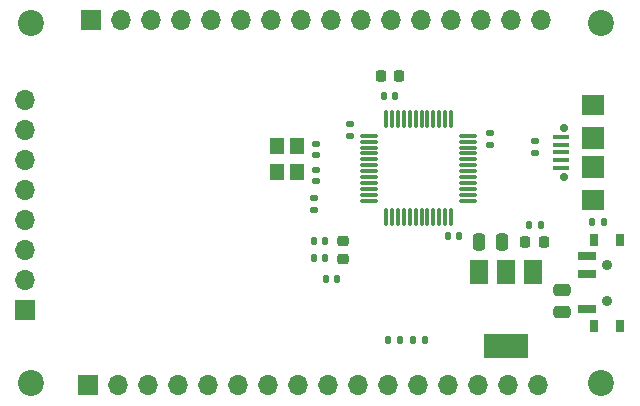
<source format=gts>
G04 #@! TF.GenerationSoftware,KiCad,Pcbnew,(6.0.6)*
G04 #@! TF.CreationDate,2022-07-12T20:28:45+05:30*
G04 #@! TF.ProjectId,stm32_minimal_dev,73746d33-325f-46d6-996e-696d616c5f64,rev?*
G04 #@! TF.SameCoordinates,Original*
G04 #@! TF.FileFunction,Soldermask,Top*
G04 #@! TF.FilePolarity,Negative*
%FSLAX46Y46*%
G04 Gerber Fmt 4.6, Leading zero omitted, Abs format (unit mm)*
G04 Created by KiCad (PCBNEW (6.0.6)) date 2022-07-12 20:28:45*
%MOMM*%
%LPD*%
G01*
G04 APERTURE LIST*
G04 Aperture macros list*
%AMRoundRect*
0 Rectangle with rounded corners*
0 $1 Rounding radius*
0 $2 $3 $4 $5 $6 $7 $8 $9 X,Y pos of 4 corners*
0 Add a 4 corners polygon primitive as box body*
4,1,4,$2,$3,$4,$5,$6,$7,$8,$9,$2,$3,0*
0 Add four circle primitives for the rounded corners*
1,1,$1+$1,$2,$3*
1,1,$1+$1,$4,$5*
1,1,$1+$1,$6,$7*
1,1,$1+$1,$8,$9*
0 Add four rect primitives between the rounded corners*
20,1,$1+$1,$2,$3,$4,$5,0*
20,1,$1+$1,$4,$5,$6,$7,0*
20,1,$1+$1,$6,$7,$8,$9,0*
20,1,$1+$1,$8,$9,$2,$3,0*%
G04 Aperture macros list end*
%ADD10C,2.200000*%
%ADD11R,1.700000X1.700000*%
%ADD12O,1.700000X1.700000*%
%ADD13RoundRect,0.218750X0.218750X0.256250X-0.218750X0.256250X-0.218750X-0.256250X0.218750X-0.256250X0*%
%ADD14RoundRect,0.250000X-0.250000X-0.475000X0.250000X-0.475000X0.250000X0.475000X-0.250000X0.475000X0*%
%ADD15RoundRect,0.140000X-0.170000X0.140000X-0.170000X-0.140000X0.170000X-0.140000X0.170000X0.140000X0*%
%ADD16C,0.700000*%
%ADD17R,1.350000X0.400000*%
%ADD18R,1.900000X1.800000*%
%ADD19R,1.900000X1.900000*%
%ADD20RoundRect,0.218750X-0.256250X0.218750X-0.256250X-0.218750X0.256250X-0.218750X0.256250X0.218750X0*%
%ADD21R,1.500000X2.000000*%
%ADD22R,3.800000X2.000000*%
%ADD23RoundRect,0.140000X0.140000X0.170000X-0.140000X0.170000X-0.140000X-0.170000X0.140000X-0.170000X0*%
%ADD24RoundRect,0.250000X0.475000X-0.250000X0.475000X0.250000X-0.475000X0.250000X-0.475000X-0.250000X0*%
%ADD25RoundRect,0.140000X-0.140000X-0.170000X0.140000X-0.170000X0.140000X0.170000X-0.140000X0.170000X0*%
%ADD26RoundRect,0.075000X-0.662500X-0.075000X0.662500X-0.075000X0.662500X0.075000X-0.662500X0.075000X0*%
%ADD27RoundRect,0.075000X-0.075000X-0.662500X0.075000X-0.662500X0.075000X0.662500X-0.075000X0.662500X0*%
%ADD28R,0.800000X1.000000*%
%ADD29C,0.900000*%
%ADD30R,1.500000X0.700000*%
%ADD31R,1.200000X1.400000*%
%ADD32RoundRect,0.135000X-0.185000X0.135000X-0.185000X-0.135000X0.185000X-0.135000X0.185000X0.135000X0*%
%ADD33RoundRect,0.225000X-0.225000X-0.250000X0.225000X-0.250000X0.225000X0.250000X-0.225000X0.250000X0*%
%ADD34RoundRect,0.135000X0.135000X0.185000X-0.135000X0.185000X-0.135000X-0.185000X0.135000X-0.185000X0*%
%ADD35RoundRect,0.140000X0.170000X-0.140000X0.170000X0.140000X-0.170000X0.140000X-0.170000X-0.140000X0*%
%ADD36RoundRect,0.135000X-0.135000X-0.185000X0.135000X-0.185000X0.135000X0.185000X-0.135000X0.185000X0*%
G04 APERTURE END LIST*
D10*
X127050800Y-73660000D03*
D11*
X126568200Y-97952800D03*
D12*
X126568200Y-95412800D03*
X126568200Y-92872800D03*
X126568200Y-90332800D03*
X126568200Y-87792800D03*
X126568200Y-85252800D03*
X126568200Y-82712800D03*
X126568200Y-80172800D03*
D13*
X170484900Y-92176600D03*
X168909900Y-92176600D03*
D11*
X131851400Y-104267000D03*
D12*
X134391400Y-104267000D03*
X136931400Y-104267000D03*
X139471400Y-104267000D03*
X142011400Y-104267000D03*
X144551400Y-104267000D03*
X147091400Y-104267000D03*
X149631400Y-104267000D03*
X152171400Y-104267000D03*
X154711400Y-104267000D03*
X157251400Y-104267000D03*
X159791400Y-104267000D03*
X162331400Y-104267000D03*
X164871400Y-104267000D03*
X167411400Y-104267000D03*
X169951400Y-104267000D03*
D14*
X165013600Y-92176600D03*
X166913600Y-92176600D03*
D15*
X165938200Y-82959000D03*
X165938200Y-83919000D03*
D11*
X132156200Y-73355200D03*
D12*
X134696200Y-73355200D03*
X137236200Y-73355200D03*
X139776200Y-73355200D03*
X142316200Y-73355200D03*
X144856200Y-73355200D03*
X147396200Y-73355200D03*
X149936200Y-73355200D03*
X152476200Y-73355200D03*
X155016200Y-73355200D03*
X157556200Y-73355200D03*
X160096200Y-73355200D03*
X162636200Y-73355200D03*
X165176200Y-73355200D03*
X167716200Y-73355200D03*
X170256200Y-73355200D03*
D16*
X172175000Y-86657000D03*
X172175000Y-82507000D03*
D17*
X171950000Y-85882000D03*
X171950000Y-85232000D03*
X171950000Y-84582000D03*
X171950000Y-83932000D03*
X171950000Y-83282000D03*
D18*
X174625000Y-88582000D03*
D19*
X174625000Y-85782000D03*
X174625000Y-83382000D03*
D18*
X174625000Y-80582000D03*
D20*
X153467600Y-92068200D03*
X153467600Y-93643200D03*
D21*
X169584400Y-94690800D03*
X167284400Y-94690800D03*
D22*
X167284400Y-100990800D03*
D21*
X164984400Y-94690800D03*
D23*
X163294000Y-91694000D03*
X162334000Y-91694000D03*
D24*
X171983400Y-98105000D03*
X171983400Y-96205000D03*
D23*
X151947600Y-93548200D03*
X150987600Y-93548200D03*
D25*
X156898400Y-79806800D03*
X157858400Y-79806800D03*
D15*
X151206200Y-86057800D03*
X151206200Y-87017800D03*
D26*
X155705100Y-83178200D03*
X155705100Y-83678200D03*
X155705100Y-84178200D03*
X155705100Y-84678200D03*
X155705100Y-85178200D03*
X155705100Y-85678200D03*
X155705100Y-86178200D03*
X155705100Y-86678200D03*
X155705100Y-87178200D03*
X155705100Y-87678200D03*
X155705100Y-88178200D03*
X155705100Y-88678200D03*
D27*
X157117600Y-90090700D03*
X157617600Y-90090700D03*
X158117600Y-90090700D03*
X158617600Y-90090700D03*
X159117600Y-90090700D03*
X159617600Y-90090700D03*
X160117600Y-90090700D03*
X160617600Y-90090700D03*
X161117600Y-90090700D03*
X161617600Y-90090700D03*
X162117600Y-90090700D03*
X162617600Y-90090700D03*
D26*
X164030100Y-88678200D03*
X164030100Y-88178200D03*
X164030100Y-87678200D03*
X164030100Y-87178200D03*
X164030100Y-86678200D03*
X164030100Y-86178200D03*
X164030100Y-85678200D03*
X164030100Y-85178200D03*
X164030100Y-84678200D03*
X164030100Y-84178200D03*
X164030100Y-83678200D03*
X164030100Y-83178200D03*
D27*
X162617600Y-81765700D03*
X162117600Y-81765700D03*
X161617600Y-81765700D03*
X161117600Y-81765700D03*
X160617600Y-81765700D03*
X160117600Y-81765700D03*
X159617600Y-81765700D03*
X159117600Y-81765700D03*
X158617600Y-81765700D03*
X158117600Y-81765700D03*
X157617600Y-81765700D03*
X157117600Y-81765700D03*
D28*
X176944000Y-91981000D03*
X174734000Y-99281000D03*
X176944000Y-99281000D03*
X174734000Y-91981000D03*
D29*
X175844000Y-97131000D03*
X175844000Y-94131000D03*
D30*
X174084000Y-97881000D03*
X174084000Y-94881000D03*
X174084000Y-93381000D03*
D31*
X149542500Y-86266200D03*
X149542500Y-84066200D03*
X147842500Y-84066200D03*
X147842500Y-86266200D03*
D32*
X169748200Y-83589400D03*
X169748200Y-84609400D03*
D33*
X156654200Y-78155800D03*
X158204200Y-78155800D03*
D34*
X175541400Y-90474800D03*
X174521400Y-90474800D03*
X170207400Y-90754200D03*
X169187400Y-90754200D03*
D10*
X127050800Y-104140000D03*
D23*
X152947600Y-95318200D03*
X151987600Y-95318200D03*
D15*
X150977600Y-88470800D03*
X150977600Y-89430800D03*
D34*
X158294800Y-100431600D03*
X157274800Y-100431600D03*
D23*
X151940200Y-92125800D03*
X150980200Y-92125800D03*
D15*
X151206200Y-83873400D03*
X151206200Y-84833400D03*
D35*
X154051000Y-83182400D03*
X154051000Y-82222400D03*
D10*
X175310800Y-73660000D03*
X175310800Y-104140000D03*
D36*
X159408400Y-100431600D03*
X160428400Y-100431600D03*
M02*

</source>
